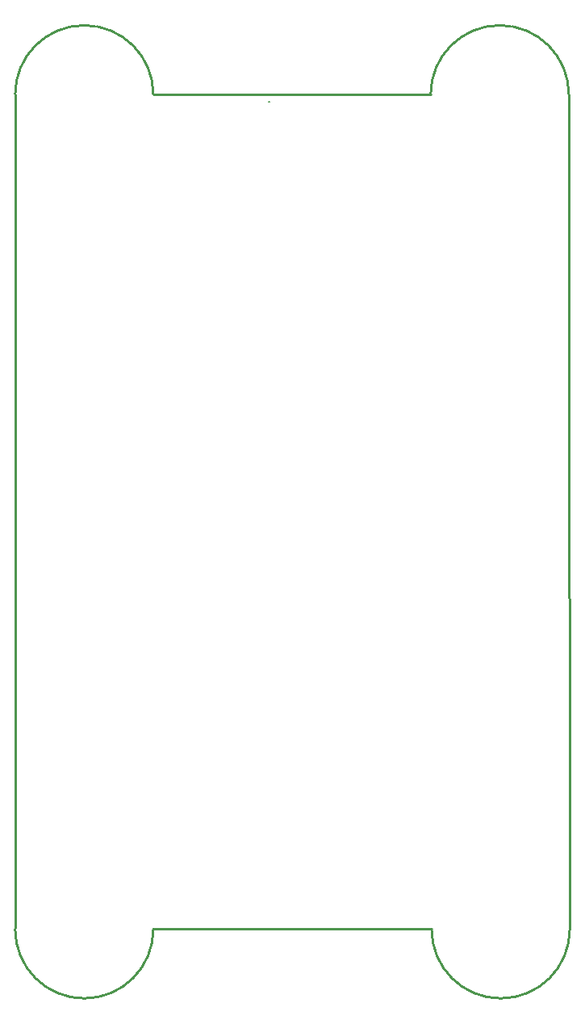
<source format=gm1>
G04*
G04 #@! TF.GenerationSoftware,Altium Limited,Altium Designer,19.0.12 (326)*
G04*
G04 Layer_Color=16711935*
%FSLAX25Y25*%
%MOIN*%
G70*
G01*
G75*
%ADD12C,0.01000*%
%ADD14C,0.00787*%
D12*
X172465Y29045D02*
G03*
X229552Y29045I28543J0D01*
G01*
X418D02*
G03*
X57505Y29139I28543J0D01*
G01*
X57505Y373927D02*
G03*
X418Y373927I-28543J0D01*
G01*
X229158D02*
G03*
X172072Y373927I-28543J0D01*
G01*
X229158Y304635D02*
X229552Y29045D01*
X229158Y304635D02*
Y373927D01*
X57505Y29139D02*
X172371D01*
X418Y29438D02*
Y305029D01*
Y373927D01*
X57505D02*
X172072D01*
D14*
X105200Y370966D02*
X105357Y370809D01*
M02*

</source>
